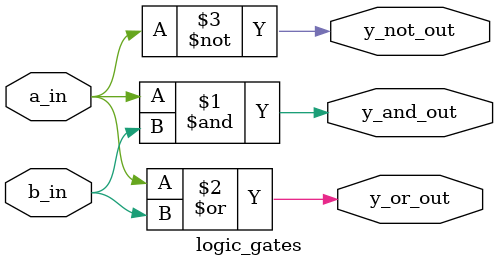
<source format=v>
module logic_gates(
        input   a_in,        // Input A
        input   b_in,        // Input B
        output  y_and_out,   // AND gate output
        output  y_or_out,    // OR gate output
        output  y_not_out    // NOT gate output (inverted a_in)
);

// Continuous assignments for combinational logic
assign y_and_out = a_in & b_in;   // AND Gate: Outputs 1 if both a_in and b_in are 1
assign y_or_out  = a_in | b_in;   // OR Gate: Outputs 1 if either a_in or b_in is 1
assign y_not_out = ~a_in;         // NOT Gate: Inverts the value of a_in

endmodule
</source>
